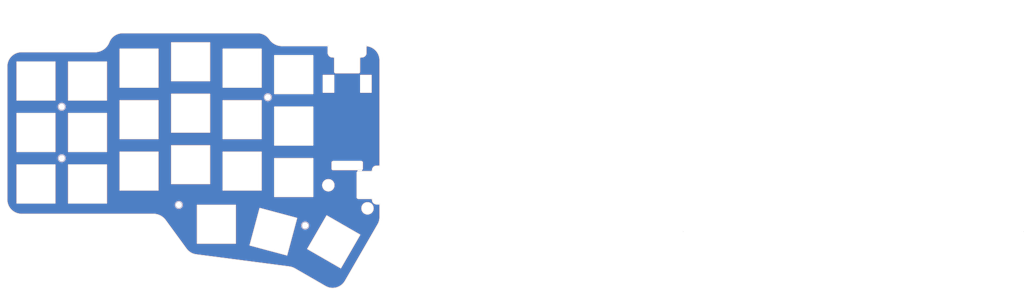
<source format=kicad_pcb>
(kicad_pcb (version 20221018) (generator pcbnew)
  (title_block (title "Crkbd") (date "2018/05/15") (rev "1.1") (company "foostan"))
  (layers (0 "F.Cu" signal) (31 "B.Cu" signal) (34 "B.Paste" user) (35 "F.Paste" user) (36 "B.SilkS" user "B.Silkscreen") (37 "F.SilkS" user "F.Silkscreen") (38 "B.Mask" user) (39 "F.Mask" user) (44 "Edge.Cuts" user))
  (net 0 "")
  (footprint "bs_custom_kicad:MountingHole_M2-clean" (layer "F.Cu") (at 113.5125 101.555)
    (fp_text reference "REF**")
    (fp_text value "M2-clean")
    (pad "" thru_hole circle (at 0 0) (size 2.5 2.5) (drill 2.3) (layers "*.Cu" "*.Mask"))
  )
  (footprint "bs_custom_kicad:MountingHole_M2-clean" (layer "F.Cu") (at 160.0825 109.165)
    (fp_text reference "REF**")
    (fp_text value "M2-clean")
    (pad "" thru_hole circle (at 0 0) (size 2.5 2.5) (drill 2.3) (layers "*.Cu" "*.Mask"))
  )
  (footprint "bs_custom_kicad:MountingHole_M2-clean" (layer "F.Cu") (at 70.3625 84.315)
    (fp_text reference "REF**")
    (fp_text value "M2-clean")
    (pad "" thru_hole circle (at 0 0) (size 2.5 2.5) (drill 2.3) (layers "*.Cu" "*.Mask"))
  )
  (footprint "bs_custom_kicad:MountingHole_M2-clean" (layer "F.Cu") (at 70.3525 65.315)
    (fp_text reference "REF**")
    (fp_text value "M2-clean")
    (pad "" thru_hole circle (at 0 0) (size 2.5 2.5) (drill 2.3) (layers "*.Cu" "*.Mask"))
  )
  (footprint "bs_custom_kicad:MountingHole_M2-clean" (layer "F.Cu") (at 146.3225 61.795)
    (fp_text reference "REF**")
    (fp_text value "M2-clean")
    (pad "" thru_hole circle (at 0 0) (size 2.5 2.5) (drill 2.3) (layers "*.Cu" "*.Mask"))
  )
  (gr_arc (start 180.165734 47.463736) (mid 180.31227 47.110094) (end 180.665986 46.963736) (stroke (width 0.1)) (layer "Edge.Cuts"))
  (gr_arc (start 180.69 85.49) (mid 181.043553 85.636447) (end 181.19 85.99) (stroke (width 0.1)) (layer "Edge.Cuts"))
  (gr_line (start 169.94 88.07) (end 169.94 85.99) (stroke (width 0.1)) (layer "Edge.Cuts"))
  (gr_line (start 179.71539 89.212411) (end 184.359508 89.210391) (stroke (width 0.1)) (layer "Edge.Cuts"))
  (gr_line (start 143.882192 44.036564) (end 143.882192 58.086564) (stroke (width 0.1)) (layer "Edge.Cuts"))
  (gr_line (start 162.882192 79.461564) (end 148.832192 79.461564) (stroke (width 0.1)) (layer "Edge.Cuts"))
  (gr_line (start 129.832192 58.086564) (end 129.832192 44.036564) (stroke (width 0.1)) (layer "Edge.Cuts"))
  (gr_line (start 86.882192 62.836564) (end 72.832192 62.836564) (stroke (width 0.1)) (layer "Edge.Cuts"))
  (gr_line (start 72.832192 67.786564) (end 86.882192 67.786564) (stroke (width 0.1)) (layer "Edge.Cuts"))
  (gr_arc (start 87.779302 41.423687) (mid 89.745239 38.951525) (end 92.763046 38.019142) (stroke (width 0.1)) (layer "Edge.Cuts"))
  (gr_line (start 91.832192 82.036564) (end 105.882192 82.036564) (stroke (width 0.1)) (layer "Edge.Cuts"))
  (gr_line (start 148.832192 79.461564) (end 148.832192 65.411564) (stroke (width 0.1)) (layer "Edge.Cuts"))
  (gr_line (start 143.882192 58.086564) (end 129.832192 58.086564) (stroke (width 0.1)) (layer "Edge.Cuts"))
  (gr_line (start 153.324617 120.040397) (end 139.753359 116.403989) (stroke (width 0.1)) (layer "Edge.Cuts"))
  (gr_arc (start 142.567472 38.019142) (mid 145.053404 38.631775) (end 146.970003 40.329369) (stroke (width 0.1)) (layer "Edge.Cuts"))
  (gr_line (start 156.961025 106.469139) (end 153.324617 120.040397) (stroke (width 0.1)) (layer "Edge.Cuts"))
  (gr_line (start 179.665734 52.826274) (end 171.415734 52.826274) (stroke (width 0.1)) (layer "Edge.Cuts"))
  (gr_line (start 110.832192 55.711564) (end 110.832192 41.661564) (stroke (width 0.1)) (layer "Edge.Cuts"))
  (gr_arc (start 174.839685 129.665077) (mid 171.592393 132.159424) (end 167.532441 131.627011) (stroke (width 0.1)) (layer "Edge.Cuts"))
  (gr_line (start 170.915734 52.326274) (end 170.915734 47.458572) (stroke (width 0.1)) (layer "Edge.Cuts"))
  (gr_line (start 156.235638 125.112421) (end 167.532441 131.627011) (stroke (width 0.1)) (layer "Edge.Cuts"))
  (gr_line (start 184.843988 88.830391) (end 184.843988 88.790391) (stroke (width 0.1)) (layer "Edge.Cuts"))
  (gr_line (start 53.832192 62.836564) (end 53.832192 48.786564) (stroke (width 0.1)) (layer "Edge.Cuts"))
  (gr_line (start 91.832192 63.036564) (end 105.882192 63.036564) (stroke (width 0.1)) (layer "Edge.Cuts"))
  (gr_circle (center 183.051192 102.806564) (end 180.951192 102.806564) (stroke (width 0.1)) (fill none) (layer "Edge.Cuts"))
  (gr_line (start 110.832192 74.711564) (end 110.832192 60.661564) (stroke (width 0.1)) (layer "Edge.Cuts"))
  (gr_line (start 182.540733 42.776196) (end 182.540437 45.364057) (stroke (width 0.1)) (layer "Edge.Cuts"))
  (gr_line (start 124.882192 41.661564) (end 124.882192 55.711564) (stroke (width 0.1)) (layer "Edge.Cuts"))
  (gr_line (start 67.882192 81.836564) (end 53.832192 81.836564) (stroke (width 0.1)) (layer "Edge.Cuts"))
  (gr_arc (start 171.415734 52.826274) (mid 171.062181 52.679827) (end 170.915734 52.326274) (stroke (width 0.1)) (layer "Edge.Cuts"))
  (gr_line (start 134.382192 115.711564) (end 120.332192 115.711564) (stroke (width 0.1)) (layer "Edge.Cuts"))
  (gr_line (start 143.882192 82.036564) (end 143.882192 96.086564) (stroke (width 0.1)) (layer "Edge.Cuts"))
  (gr_arc (start 170.415986 46.958572) (mid 170.769377 47.105107) (end 170.915734 47.458572) (stroke (width 0.1)) (layer "Edge.Cuts"))
  (gr_line (start 148.832192 84.411564) (end 162.882192 84.411564) (stroke (width 0.1)) (layer "Edge.Cuts"))
  (gr_line (start 82.516096 45.019142) (end 55.516096 45.019142) (stroke (width 0.1)) (layer "Edge.Cuts"))
  (gr_line (start 187.616096 101.197891) (end 186.401897 101.197891) (stroke (width 0.1)) (layer "Edge.Cuts"))
  (gr_line (start 139.753359 116.403989) (end 143.389767 102.832732) (stroke (width 0.1)) (layer "Edge.Cuts"))
  (gr_line (start 124.882192 79.661564) (end 124.882192 93.711564) (stroke (width 0.1)) (layer "Edge.Cuts"))
  (gr_line (start 168.540733 42.769142) (end 151.619405 42.769142) (stroke (width 0.1)) (layer "Edge.Cuts"))
  (gr_line (start 50.166096 50.369142) (end 50.166096 99.619142) (stroke (width 0.1)) (layer "Edge.Cuts"))
  (gr_line (start 168.035864 105.590236) (end 180.203521 112.615236) (stroke (width 0.1)) (layer "Edge.Cuts"))
  (gr_line (start 105.882192 82.036564) (end 105.882192 96.086564) (stroke (width 0.1)) (layer "Edge.Cuts"))
  (gr_line (start 67.882192 48.786564) (end 67.882192 62.836564) (stroke (width 0.1)) (layer "Edge.Cuts"))
  (gr_rect (start 166.74 53.69) (end 170.61 59.97) (stroke (width 0.05)) (fill none) (layer "Edge.Cuts"))
  (gr_line (start 110.832192 93.711564) (end 110.832192 79.661564) (stroke (width 0.1)) (layer "Edge.Cuts"))
  (gr_line (start 110.832192 60.661564) (end 124.882192 60.661564) (stroke (width 0.1)) (layer "Edge.Cuts"))
  (gr_line (start 67.882192 100.836564) (end 53.832192 100.836564) (stroke (width 0.1)) (layer "Edge.Cuts"))
  (gr_line (start 180.689999 88.570001) (end 170.44 88.57) (stroke (width 0.1)) (layer "Edge.Cuts"))
  (gr_line (start 86.882192 67.786564) (end 86.882192 81.836564) (stroke (width 0.1)) (layer "Edge.Cuts"))
  (gr_line (start 148.832192 98.461564) (end 148.832192 84.411564) (stroke (width 0.1)) (layer "Edge.Cuts"))
  (gr_line (start 91.832192 58.086564) (end 91.832192 44.036564) (stroke (width 0.1)) (layer "Edge.Cuts"))
  (gr_arc (start 182.540733 42.776196) (mid 186.145001 44.434499) (end 187.616096 48.119142) (stroke (width 0.1)) (layer "Edge.Cuts"))
  (gr_line (start 179.22 98.69) (end 179.21539 89.712411) (stroke (width 0.1)) (layer "Edge.Cuts"))
  (gr_arc (start 170.139926 46.958433) (mid 169.009077 46.489519) (end 168.540733 45.358433) (stroke (width 0.1)) (layer "Edge.Cuts"))
  (gr_line (start 67.882192 67.786564) (end 67.882192 81.836564) (stroke (width 0.1)) (layer "Edge.Cuts"))
  (gr_line (start 129.832192 96.086564) (end 129.832192 82.036564) (stroke (width 0.1)) (layer "Edge.Cuts"))
  (gr_line (start 143.882192 77.086564) (end 129.832192 77.086564) (stroke (width 0.1)) (layer "Edge.Cuts"))
  (gr_line (start 105.882192 44.036564) (end 105.882192 58.086564) (stroke (width 0.1)) (layer "Edge.Cuts"))
  (gr_line (start 148.832192 60.461564) (end 148.832192 46.411564) (stroke (width 0.1)) (layer "Edge.Cuts"))
  (gr_arc (start 180.165734 52.326274) (mid 180.019287 52.679827) (end 179.665734 52.826274) (stroke (width 0.1)) (layer "Edge.Cuts"))
  (gr_line (start 91.832192 44.036564) (end 105.882192 44.036564) (stroke (width 0.1)) (layer "Edge.Cuts"))
  (gr_line (start 86.882192 86.786564) (end 86.882192 100.836564) (stroke (width 0.1)) (layer "Edge.Cuts"))
  (gr_line (start 91.832192 96.086564) (end 91.832192 82.036564) (stroke (width 0.1)) (layer "Edge.Cuts"))
  (gr_line (start 72.832192 81.836564) (end 72.832192 67.786564) (stroke (width 0.1)) (layer "Edge.Cuts"))
  (gr_line (start 86.882192 81.836564) (end 72.832192 81.836564) (stroke (width 0.1)) (layer "Edge.Cuts"))
  (gr_line (start 129.832192 82.036564) (end 143.882192 82.036564) (stroke (width 0.1)) (layer "Edge.Cuts"))
  (gr_line (start 170.415986 46.958572) (end 170.139926 46.958433) (stroke (width 0.1)) (layer "Edge.Cuts"))
  (gr_line (start 180.203521 112.615236) (end 173.178521 124.782893) (stroke (width 0.1)) (layer "Edge.Cuts"))
  (gr_line (start 143.882192 63.036564) (end 143.882192 77.086564) (stroke (width 0.1)) (layer "Edge.Cuts"))
  (gr_line (start 142.567472 38.019142) (end 92.763046 38.019142) (stroke (width 0.1)) (layer "Edge.Cuts"))
  (gr_line (start 129.832192 77.086564) (end 129.832192 63.036564) (stroke (width 0.1)) (layer "Edge.Cuts"))
  (gr_arc (start 50.166096 50.369142) (mid 51.733074 46.58612) (end 55.516096 45.019142) (stroke (width 0.1)) (layer "Edge.Cuts"))
  (gr_arc (start 170.44 88.57) (mid 170.086447 88.423553) (end 169.94 88.07) (stroke (width 0.1)) (layer "Edge.Cuts"))
  (gr_line (start 72.832192 62.836564) (end 72.832192 48.786564) (stroke (width 0.1)) (layer "Edge.Cuts"))
  (gr_line (start 72.832192 86.786564) (end 86.882192 86.786564) (stroke (width 0.1)) (layer "Edge.Cuts"))
  (gr_line (start 53.832192 67.786564) (end 67.882192 67.786564) (stroke (width 0.1)) (layer "Edge.Cuts"))
  (gr_line (start 124.882192 74.711564) (end 110.832192 74.711564) (stroke (width 0.1)) (layer "Edge.Cuts"))
  (gr_line (start 187.616096 106.077718) (end 187.616096 101.197891) (stroke (width 0.1)) (layer "Edge.Cuts"))
  (gr_line (start 168.540733 45.358433) (end 168.540733 42.769142) (stroke (width 0.1)) (layer "Edge.Cuts"))
  (gr_arc (start 182.540437 45.364057) (mid 182.071459 46.495595) (end 180.939631 46.963874) (stroke (width 0.1)) (layer "Edge.Cuts"))
  (gr_arc (start 87.779302 41.423687) (mid 85.703126 44.034476) (end 82.516096 45.019142) (stroke (width 0.1)) (layer "Edge.Cuts"))
  (gr_line (start 129.832192 63.036564) (end 143.882192 63.036564) (stroke (width 0.1)) (layer "Edge.Cuts"))
  (gr_line (start 134.382192 101.661564) (end 134.382192 115.711564) (stroke (width 0.1)) (layer "Edge.Cuts"))
  (gr_circle (center 168.619192 94.285564) (end 166.519192 94.285564) (stroke (width 0.1)) (fill none) (layer "Edge.Cuts"))
  (gr_line (start 53.832192 48.786564) (end 67.882192 48.786564) (stroke (width 0.1)) (layer "Edge.Cuts"))
  (gr_arc (start 169.94 85.99) (mid 170.086447 85.636447) (end 170.44 85.49) (stroke (width 0.1)) (layer "Edge.Cuts"))
  (gr_line (start 120.332192 101.661564) (end 134.382192 101.661564) (stroke (width 0.1)) (layer "Edge.Cuts"))
  (gr_line (start 91.832192 77.086564) (end 91.832192 63.036564) (stroke (width 0.1)) (layer "Edge.Cuts"))
  (gr_line (start 184.364118 99.18798) (end 179.72 99.19) (stroke (width 0.1)) (layer "Edge.Cuts"))
  (gr_line (start 67.882192 62.836564) (end 53.832192 62.836564) (stroke (width 0.1)) (layer "Edge.Cuts"))
  (gr_line (start 53.832192 100.836564) (end 53.832192 86.786564) (stroke (width 0.1)) (layer "Edge.Cuts"))
  (gr_arc (start 151.619405 42.769142) (mid 148.994075 42.122155) (end 146.970003 40.329369) (stroke (width 0.1)) (layer "Edge.Cuts"))
  (gr_line (start 53.832192 86.786564) (end 67.882192 86.786564) (stroke (width 0.1)) (layer "Edge.Cuts"))
  (gr_line (start 105.882192 77.086564) (end 91.832192 77.086564) (stroke (width 0.1)) (layer "Edge.Cuts"))
  (gr_line (start 124.882192 60.661564) (end 124.882192 74.711564) (stroke (width 0.1)) (layer "Edge.Cuts"))
  (gr_arc (start 119.882875 119.935772) (mid 117.845485 119.232153) (end 116.251121 117.781623) (stroke (width 0.1)) (layer "Edge.Cuts"))
  (gr_line (start 162.882192 98.461564) (end 148.832192 98.461564) (stroke (width 0.1)) (layer "Edge.Cuts"))
  (gr_line (start 105.882192 96.086564) (end 91.832192 96.086564) (stroke (width 0.1)) (layer "Edge.Cuts"))
  (gr_line (start 53.832192 81.836564) (end 53.832192 67.786564) (stroke (width 0.1)) (layer "Edge.Cuts"))
  (gr_line (start 187.616096 87.201768) (end 187.616096 48.119142) (stroke (width 0.1)) (layer "Edge.Cuts"))
  (gr_line (start 55.516096 104.969142) (end 104.040255 104.969142) (stroke (width 0.1)) (layer "Edge.Cuts"))
  (gr_curve (pts (xy 424.925367 111.394368) (xy 424.925367 111.394368) (xy 424.925367 111.394368) (xy 424.925367 111.394368)) (stroke (width 0.2)) (layer "Edge.Cuts"))
  (gr_line (start 162.882192 84.411564) (end 162.882192 98.461564) (stroke (width 0.1)) (layer "Edge.Cuts"))
  (gr_arc (start 184.843988 88.790391) (mid 185.285729 87.669814) (end 186.395885 87.2025) (stroke (width 0.1)) (layer "Edge.Cuts"))
  (gr_line (start 180.939631 46.963874) (end 180.665986 46.963736) (stroke (width 0.1)) (layer "Edge.Cuts"))
  (gr_line (start 120.332192 115.711564) (end 120.332192 101.661564) (stroke (width 0.1)) (layer "Edge.Cuts"))
  (gr_line (start 187.616096 87.201768) (end 186.402901 87.2025) (stroke (width 0.1)) (layer "Edge.Cuts"))
  (gr_line (start 86.882192 48.786564) (end 86.882192 62.836564) (stroke (width 0.1)) (layer "Edge.Cuts"))
  (gr_line (start 161.010864 117.757893) (end 168.035864 105.590236) (stroke (width 0.1)) (layer "Edge.Cuts"))
  (gr_line (start 143.389767 102.832732) (end 156.961025 106.469139) (stroke (width 0.1)) (layer "Edge.Cuts"))
  (gr_rect (start 180.54 53.69) (end 184.41 59.97) (stroke (width 0.05)) (fill none) (layer "Edge.Cuts"))
  (gr_line (start 180.165734 47.463736) (end 180.165734 52.326274) (stroke (width 0.1)) (layer "Edge.Cuts"))
  (gr_line (start 67.882192 86.786564) (end 67.882192 100.836564) (stroke (width 0.1)) (layer "Edge.Cuts"))
  (gr_arc (start 187.616096 106.077718) (mid 187.434149 107.461092) (end 186.900685 108.750373) (stroke (width 0.1)) (layer "Edge.Cuts"))
  (gr_line (start 162.882192 65.411564) (end 162.882192 79.461564) (stroke (width 0.1)) (layer "Edge.Cuts"))
  (gr_line (start 119.882875 119.935772) (end 154.143842 124.404346) (stroke (width 0.1)) (layer "Edge.Cuts"))
  (gr_line (start 184.85 99.61) (end 184.85 99.57) (stroke (width 0.1)) (layer "Edge.Cuts"))
  (gr_arc (start 154.143842 124.404346) (mid 155.224672 124.655187) (end 156.235638 125.112421) (stroke (width 0.1)) (layer "Edge.Cuts"))
  (gr_arc (start 184.364118 99.18798) (mid 184.673157 99.294921) (end 184.85 99.57) (stroke (width 0.1)) (layer "Edge.Cuts"))
  (gr_line (start 124.882192 55.711564) (end 110.832192 55.711564) (stroke (width 0.1)) (layer "Edge.Cuts"))
  (gr_line (start 148.832192 65.411564) (end 162.882192 65.411564) (stroke (width 0.1)) (layer "Edge.Cuts"))
  (gr_arc (start 181.189999 88.070001) (mid 181.043552 88.423554) (end 180.689999 88.570001) (stroke (width 0.1)) (layer "Edge.Cuts"))
  (gr_arc (start 179.72 99.19) (mid 179.366447 99.043553) (end 179.22 98.69) (stroke (width 0.1)) (layer "Edge.Cuts"))
  (gr_line (start 72.832192 48.786564) (end 86.882192 48.786564) (stroke (width 0.1)) (layer "Edge.Cuts"))
  (gr_line (start 174.839685 129.665077) (end 186.900685 108.750373) (stroke (width 0.1)) (layer "Edge.Cuts"))
  (gr_line (start 108.606386 107.291537) (end 116.251121 117.781623) (stroke (width 0.1)) (layer "Edge.Cuts"))
  (gr_line (start 110.832192 41.661564) (end 124.882192 41.661564) (stroke (width 0.1)) (layer "Edge.Cuts"))
  (gr_arc (start 55.516096 104.969142) (mid 51.733074 103.402164) (end 50.166096 99.619142) (stroke (width 0.1)) (layer "Edge.Cuts"))
  (gr_line (start 162.882192 46.411564) (end 162.882192 60.461564) (stroke (width 0.1)) (layer "Edge.Cuts"))
  (gr_arc (start 186.401897 101.197891) (mid 185.291741 100.730577) (end 184.85 99.61) (stroke (width 0.1)) (layer "Edge.Cuts"))
  (gr_line (start 181.19 85.99) (end 181.189999 88.070001) (stroke (width 0.1)) (layer "Edge.Cuts"))
  (gr_line (start 124.882192 93.711564) (end 110.832192 93.711564) (stroke (width 0.1)) (layer "Edge.Cuts"))
  (gr_curve (pts (xy 299.411433 111.386368) (xy 299.411433 111.386368) (xy 299.411433 111.386368) (xy 299.411433 111.386368)) (stroke (width 0.2)) (layer "Edge.Cuts"))
  (gr_line (start 148.832192 46.411564) (end 162.882192 46.411564) (stroke (width 0.1)) (layer "Edge.Cuts"))
  (gr_line (start 105.882192 63.036564) (end 105.882192 77.086564) (stroke (width 0.1)) (layer "Edge.Cuts"))
  (gr_arc (start 104.040255 104.969142) (mid 106.601654 105.583099) (end 108.606386 107.291537) (stroke (width 0.1)) (layer "Edge.Cuts"))
  (gr_line (start 143.882192 96.086564) (end 129.832192 96.086564) (stroke (width 0.1)) (layer "Edge.Cuts"))
  (gr_line (start 170.44 85.49) (end 180.69 85.49) (stroke (width 0.1)) (layer "Edge.Cuts"))
  (gr_line (start 110.832192 79.661564) (end 124.882192 79.661564) (stroke (width 0.1)) (layer "Edge.Cuts"))
  (gr_line (start 105.882192 58.086564) (end 91.832192 58.086564) (stroke (width 0.1)) (layer "Edge.Cuts"))
  (gr_line (start 162.882192 60.461564) (end 148.832192 60.461564) (stroke (width 0.1)) (layer "Edge.Cuts"))
  (gr_arc (start 179.21539 89.712411) (mid 179.361837 89.358858) (end 179.71539 89.212411) (stroke (width 0.1)) (layer "Edge.Cuts"))
  (gr_line (start 173.178521 124.782893) (end 161.010864 117.757893) (stroke (width 0.1)) (layer "Edge.Cuts"))
  (gr_line (start 86.882192 100.836564) (end 72.832192 100.836564) (stroke (width 0.1)) (layer "Edge.Cuts"))
  (gr_line (start 72.832192 100.836564) (end 72.832192 86.786564) (stroke (width 0.1)) (layer "Edge.Cuts"))
  (gr_line (start 129.832192 44.036564) (end 143.882192 44.036564) (stroke (width 0.1)) (layer "Edge.Cuts"))
  (gr_arc (start 184.843988 88.830391) (mid 184.667145 89.10547) (end 184.358106 89.212411) (stroke (width 0.1)) (layer "Edge.Cuts"))
  (zone (net 0) (net_name "") (layers "F&B.Cu") (connect_pads (clearance 0.254)) (min_thickness 0.254) (fill yes (thermal_gap 0.508) (thermal_bridge_width 0.508))
    (polygon (pts (xy 196.6 132.9) (xy 129.1 132.9) (xy 103.8 107.6) (xy 47.6 107.6) (xy 47.6 35.4) (xy 196.6 35.4)))
  )
)
</source>
